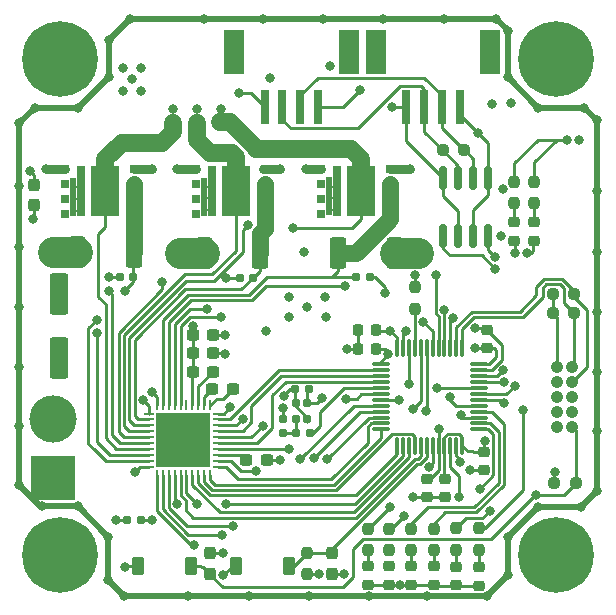
<source format=gtl>
%TF.GenerationSoftware,KiCad,Pcbnew,8.0.4-8.0.4-0~ubuntu22.04.1*%
%TF.CreationDate,2024-08-14T23:11:34+09:00*%
%TF.ProjectId,motor_driver,6d6f746f-725f-4647-9269-7665722e6b69,rev?*%
%TF.SameCoordinates,Original*%
%TF.FileFunction,Copper,L1,Top*%
%TF.FilePolarity,Positive*%
%FSLAX46Y46*%
G04 Gerber Fmt 4.6, Leading zero omitted, Abs format (unit mm)*
G04 Created by KiCad (PCBNEW 8.0.4-8.0.4-0~ubuntu22.04.1) date 2024-08-14 23:11:34*
%MOMM*%
%LPD*%
G01*
G04 APERTURE LIST*
G04 Aperture macros list*
%AMRoundRect*
0 Rectangle with rounded corners*
0 $1 Rounding radius*
0 $2 $3 $4 $5 $6 $7 $8 $9 X,Y pos of 4 corners*
0 Add a 4 corners polygon primitive as box body*
4,1,4,$2,$3,$4,$5,$6,$7,$8,$9,$2,$3,0*
0 Add four circle primitives for the rounded corners*
1,1,$1+$1,$2,$3*
1,1,$1+$1,$4,$5*
1,1,$1+$1,$6,$7*
1,1,$1+$1,$8,$9*
0 Add four rect primitives between the rounded corners*
20,1,$1+$1,$2,$3,$4,$5,0*
20,1,$1+$1,$4,$5,$6,$7,0*
20,1,$1+$1,$6,$7,$8,$9,0*
20,1,$1+$1,$8,$9,$2,$3,0*%
G04 Aperture macros list end*
%TA.AperFunction,SMDPad,CuDef*%
%ADD10RoundRect,0.218750X0.256250X-0.218750X0.256250X0.218750X-0.256250X0.218750X-0.256250X-0.218750X0*%
%TD*%
%TA.AperFunction,SMDPad,CuDef*%
%ADD11R,0.800000X2.900000*%
%TD*%
%TA.AperFunction,SMDPad,CuDef*%
%ADD12R,1.800000X3.800000*%
%TD*%
%TA.AperFunction,SMDPad,CuDef*%
%ADD13RoundRect,0.237500X-0.300000X-0.237500X0.300000X-0.237500X0.300000X0.237500X-0.300000X0.237500X0*%
%TD*%
%TA.AperFunction,SMDPad,CuDef*%
%ADD14RoundRect,0.249999X-0.450001X-1.075001X0.450001X-1.075001X0.450001X1.075001X-0.450001X1.075001X0*%
%TD*%
%TA.AperFunction,SMDPad,CuDef*%
%ADD15RoundRect,0.075000X-0.662500X-0.075000X0.662500X-0.075000X0.662500X0.075000X-0.662500X0.075000X0*%
%TD*%
%TA.AperFunction,SMDPad,CuDef*%
%ADD16RoundRect,0.075000X-0.075000X-0.662500X0.075000X-0.662500X0.075000X0.662500X-0.075000X0.662500X0*%
%TD*%
%TA.AperFunction,ComponentPad*%
%ADD17C,3.600000*%
%TD*%
%TA.AperFunction,ConnectorPad*%
%ADD18C,6.400000*%
%TD*%
%TA.AperFunction,SMDPad,CuDef*%
%ADD19RoundRect,0.155000X0.212500X0.155000X-0.212500X0.155000X-0.212500X-0.155000X0.212500X-0.155000X0*%
%TD*%
%TA.AperFunction,SMDPad,CuDef*%
%ADD20RoundRect,0.155000X-0.212500X-0.155000X0.212500X-0.155000X0.212500X0.155000X-0.212500X0.155000X0*%
%TD*%
%TA.AperFunction,SMDPad,CuDef*%
%ADD21RoundRect,0.225000X-0.250000X0.225000X-0.250000X-0.225000X0.250000X-0.225000X0.250000X0.225000X0*%
%TD*%
%TA.AperFunction,SMDPad,CuDef*%
%ADD22RoundRect,0.160000X0.197500X0.160000X-0.197500X0.160000X-0.197500X-0.160000X0.197500X-0.160000X0*%
%TD*%
%TA.AperFunction,ComponentPad*%
%ADD23R,3.800000X3.800000*%
%TD*%
%TA.AperFunction,ComponentPad*%
%ADD24C,4.000000*%
%TD*%
%TA.AperFunction,SMDPad,CuDef*%
%ADD25RoundRect,0.237500X-0.250000X-0.237500X0.250000X-0.237500X0.250000X0.237500X-0.250000X0.237500X0*%
%TD*%
%TA.AperFunction,SMDPad,CuDef*%
%ADD26RoundRect,0.237500X0.237500X-0.250000X0.237500X0.250000X-0.237500X0.250000X-0.237500X-0.250000X0*%
%TD*%
%TA.AperFunction,SMDPad,CuDef*%
%ADD27RoundRect,0.175000X0.175000X-0.200000X0.175000X0.200000X-0.175000X0.200000X-0.175000X-0.200000X0*%
%TD*%
%TA.AperFunction,SMDPad,CuDef*%
%ADD28RoundRect,0.262500X-0.262500X-0.537500X0.262500X-0.537500X0.262500X0.537500X-0.262500X0.537500X0*%
%TD*%
%TA.AperFunction,SMDPad,CuDef*%
%ADD29R,0.800000X0.750000*%
%TD*%
%TA.AperFunction,SMDPad,CuDef*%
%ADD30R,2.400000X4.200000*%
%TD*%
%TA.AperFunction,SMDPad,CuDef*%
%ADD31R,0.750000X4.200000*%
%TD*%
%TA.AperFunction,SMDPad,CuDef*%
%ADD32R,0.550000X3.280000*%
%TD*%
%TA.AperFunction,SMDPad,CuDef*%
%ADD33RoundRect,0.150000X0.150000X-0.825000X0.150000X0.825000X-0.150000X0.825000X-0.150000X-0.825000X0*%
%TD*%
%TA.AperFunction,SMDPad,CuDef*%
%ADD34RoundRect,0.237500X-0.237500X0.250000X-0.237500X-0.250000X0.237500X-0.250000X0.237500X0.250000X0*%
%TD*%
%TA.AperFunction,ComponentPad*%
%ADD35C,1.070000*%
%TD*%
%TA.AperFunction,SMDPad,CuDef*%
%ADD36RoundRect,0.237500X0.237500X-0.300000X0.237500X0.300000X-0.237500X0.300000X-0.237500X-0.300000X0*%
%TD*%
%TA.AperFunction,SMDPad,CuDef*%
%ADD37RoundRect,0.225000X0.250000X-0.225000X0.250000X0.225000X-0.250000X0.225000X-0.250000X-0.225000X0*%
%TD*%
%TA.AperFunction,SMDPad,CuDef*%
%ADD38RoundRect,0.262500X0.262500X0.537500X-0.262500X0.537500X-0.262500X-0.537500X0.262500X-0.537500X0*%
%TD*%
%TA.AperFunction,SMDPad,CuDef*%
%ADD39RoundRect,0.155000X0.155000X-0.212500X0.155000X0.212500X-0.155000X0.212500X-0.155000X-0.212500X0*%
%TD*%
%TA.AperFunction,SMDPad,CuDef*%
%ADD40RoundRect,0.250000X0.550000X-1.500000X0.550000X1.500000X-0.550000X1.500000X-0.550000X-1.500000X0*%
%TD*%
%TA.AperFunction,SMDPad,CuDef*%
%ADD41RoundRect,0.237500X0.300000X0.237500X-0.300000X0.237500X-0.300000X-0.237500X0.300000X-0.237500X0*%
%TD*%
%TA.AperFunction,SMDPad,CuDef*%
%ADD42RoundRect,0.225000X0.225000X0.250000X-0.225000X0.250000X-0.225000X-0.250000X0.225000X-0.250000X0*%
%TD*%
%TA.AperFunction,SMDPad,CuDef*%
%ADD43RoundRect,0.249999X0.450001X1.075001X-0.450001X1.075001X-0.450001X-1.075001X0.450001X-1.075001X0*%
%TD*%
%TA.AperFunction,SMDPad,CuDef*%
%ADD44RoundRect,0.062500X-0.062500X0.350000X-0.062500X-0.350000X0.062500X-0.350000X0.062500X0.350000X0*%
%TD*%
%TA.AperFunction,SMDPad,CuDef*%
%ADD45RoundRect,0.062500X-0.350000X0.062500X-0.350000X-0.062500X0.350000X-0.062500X0.350000X0.062500X0*%
%TD*%
%TA.AperFunction,ComponentPad*%
%ADD46C,0.508000*%
%TD*%
%TA.AperFunction,HeatsinkPad*%
%ADD47R,4.600000X4.600000*%
%TD*%
%TA.AperFunction,SMDPad,CuDef*%
%ADD48RoundRect,0.218750X-0.256250X0.218750X-0.256250X-0.218750X0.256250X-0.218750X0.256250X0.218750X0*%
%TD*%
%TA.AperFunction,SMDPad,CuDef*%
%ADD49RoundRect,0.237500X-0.237500X0.300000X-0.237500X-0.300000X0.237500X-0.300000X0.237500X0.300000X0*%
%TD*%
%TA.AperFunction,ViaPad*%
%ADD50C,0.508000*%
%TD*%
%TA.AperFunction,ViaPad*%
%ADD51C,0.800000*%
%TD*%
%TA.AperFunction,Conductor*%
%ADD52C,0.250000*%
%TD*%
%TA.AperFunction,Conductor*%
%ADD53C,0.500000*%
%TD*%
%TA.AperFunction,Conductor*%
%ADD54C,2.650000*%
%TD*%
%TA.AperFunction,Conductor*%
%ADD55C,0.750000*%
%TD*%
%TA.AperFunction,Conductor*%
%ADD56C,1.400000*%
%TD*%
%TA.AperFunction,Conductor*%
%ADD57C,1.500000*%
%TD*%
G04 APERTURE END LIST*
D10*
%TO.P,D3,1,K*%
%TO.N,GND*%
X120557600Y-123807000D03*
%TO.P,D3,2,A*%
%TO.N,Net-(D3-A)*%
X120557600Y-122232000D03*
%TD*%
%TO.P,D4,1,K*%
%TO.N,GND*%
X122400000Y-123815000D03*
%TO.P,D4,2,A*%
%TO.N,Net-(D4-A)*%
X122400000Y-122240000D03*
%TD*%
%TO.P,D5,1,K*%
%TO.N,GND*%
X124240000Y-123784100D03*
%TO.P,D5,2,A*%
%TO.N,Net-(D5-A)*%
X124240000Y-122209100D03*
%TD*%
%TO.P,D6,1,K*%
%TO.N,GND*%
X126150000Y-123795500D03*
%TO.P,D6,2,A*%
%TO.N,Net-(D6-A)*%
X126150000Y-122220500D03*
%TD*%
%TO.P,D1,1,K*%
%TO.N,GND*%
X128060000Y-123843300D03*
%TO.P,D1,2,A*%
%TO.N,Net-(D1-A)*%
X128060000Y-122268300D03*
%TD*%
%TO.P,D2,1,K*%
%TO.N,GND*%
X129970000Y-123880000D03*
%TO.P,D2,2,A*%
%TO.N,Net-(D2-A)*%
X129970000Y-122305000D03*
%TD*%
D11*
%TO.P,J5,1,Pin_1*%
%TO.N,+5V*%
X116360000Y-83360000D03*
%TO.P,J5,2,Pin_2*%
%TO.N,/stm32g431cb/CAN_L*%
X114860000Y-83360000D03*
%TO.P,J5,3,Pin_3*%
%TO.N,/stm32g431cb/CAN_H*%
X113360000Y-83360000D03*
%TO.P,J5,4,Pin_4*%
%TO.N,GND*%
X111860000Y-83360000D03*
D12*
%TO.P,J5,5,Pin_5*%
X118960000Y-78660000D03*
%TO.P,J5,6,Pin_6*%
X109260000Y-78660000D03*
%TD*%
D13*
%TO.P,C4,1*%
%TO.N,+BATT*%
X105745000Y-105740000D03*
%TO.P,C4,2*%
%TO.N,Net-(U1-VCP)*%
X107470000Y-105740000D03*
%TD*%
D14*
%TO.P,R6,1*%
%TO.N,GND*%
X95970400Y-95599620D03*
%TO.P,R6,2*%
%TO.N,/drv8323/SLC*%
X100770400Y-95599620D03*
%TD*%
D15*
%TO.P,U5,1,VBAT*%
%TO.N,+3.3V*%
X121660000Y-105140000D03*
%TO.P,U5,2,PC13*%
%TO.N,/stm32g431cb/INLC*%
X121660000Y-105640000D03*
%TO.P,U5,3,PC14*%
%TO.N,/stm32g431cb/INLB*%
X121660000Y-106140000D03*
%TO.P,U5,4,PC15*%
%TO.N,/stm32g431cb/INLA*%
X121660000Y-106640000D03*
%TO.P,U5,5,PF0-OSC_IN*%
%TO.N,/stm32g431cb/OSC_IN*%
X121660000Y-107140000D03*
%TO.P,U5,6,PF0-OSC_OUT*%
%TO.N,/stm32g431cb/OSC_OUT*%
X121660000Y-107640000D03*
%TO.P,U5,7,PG10-NRST*%
%TO.N,/stm32g431cb/NRST*%
X121660000Y-108140000D03*
%TO.P,U5,8,PA0*%
%TO.N,/stm32g431cb/ADC1_1*%
X121660000Y-108640000D03*
%TO.P,U5,9,PA1*%
%TO.N,/stm32g431cb/ADC1_2*%
X121660000Y-109140000D03*
%TO.P,U5,10,PA2*%
%TO.N,/stm32g431cb/ADC1_3*%
X121660000Y-109640000D03*
%TO.P,U5,11,PA3*%
%TO.N,/stm32g431cb/DRV_CAL*%
X121660000Y-110140000D03*
%TO.P,U5,12,PA4*%
%TO.N,/stm32g431cb/DRV_ENABLE*%
X121660000Y-110640000D03*
D16*
%TO.P,U5,13,PA5*%
%TO.N,/drv8323/SPI1_CLK*%
X123072500Y-112052500D03*
%TO.P,U5,14,PA6*%
%TO.N,/drv8323/SPI1_MISO*%
X123572500Y-112052500D03*
%TO.P,U5,15,PA7*%
%TO.N,/drv8323/SPI1_MOSI*%
X124072500Y-112052500D03*
%TO.P,U5,16,PB0*%
%TO.N,/stm32g431cb/SS_DRV*%
X124572500Y-112052500D03*
%TO.P,U5,17,PB1*%
%TO.N,/stm32g431cb/FAULTB*%
X125072500Y-112052500D03*
%TO.P,U5,18,PB2*%
%TO.N,/stm32g431cb/SW1*%
X125572500Y-112052500D03*
%TO.P,U5,19,VSSA*%
%TO.N,GND*%
X126072500Y-112052500D03*
%TO.P,U5,20,VREF+*%
%TO.N,+3.3VA*%
X126572500Y-112052500D03*
%TO.P,U5,21,VDDA*%
%TO.N,+3.3V*%
X127072500Y-112052500D03*
%TO.P,U5,22,PB10*%
%TO.N,/stm32g431cb/LED1*%
X127572500Y-112052500D03*
%TO.P,U5,23,VSS*%
%TO.N,GND*%
X128072500Y-112052500D03*
%TO.P,U5,24,VDD*%
%TO.N,+3.3V*%
X128572500Y-112052500D03*
D15*
%TO.P,U5,25,PB11*%
%TO.N,/stm32g431cb/LED2*%
X129985000Y-110640000D03*
%TO.P,U5,26,PB12*%
%TO.N,/stm32g431cb/LED3*%
X129985000Y-110140000D03*
%TO.P,U5,27,PB13*%
%TO.N,/drv8323/SPI2_CLK*%
X129985000Y-109640000D03*
%TO.P,U5,28,PB14*%
%TO.N,/stm32g431cb/LED4*%
X129985000Y-109140000D03*
%TO.P,U5,29,PB15*%
%TO.N,/drv8323/SPI2_MOSI*%
X129985000Y-108640000D03*
%TO.P,U5,30,PA8*%
%TO.N,/stm32g431cb/LED_CAN_TX*%
X129985000Y-108140000D03*
%TO.P,U5,31,PA9*%
%TO.N,/stm32g431cb/LED_CAN_RX*%
X129985000Y-107640000D03*
%TO.P,U5,32,PA10*%
%TO.N,/drv8323/SPI2_MISO*%
X129985000Y-107140000D03*
%TO.P,U5,33,PA11*%
%TO.N,/stm32g431cb/CAN_RX*%
X129985000Y-106640000D03*
%TO.P,U5,34,PA12*%
%TO.N,/stm32g431cb/CAN_TX*%
X129985000Y-106140000D03*
%TO.P,U5,35,VSS*%
%TO.N,GND*%
X129985000Y-105640000D03*
%TO.P,U5,36,VDD*%
%TO.N,+3.3V*%
X129985000Y-105140000D03*
D16*
%TO.P,U5,37,PA13*%
%TO.N,/stm32g431cb/SWDIO*%
X128572500Y-103727500D03*
%TO.P,U5,38,PA14*%
%TO.N,/stm32g431cb/SWCLK*%
X128072500Y-103727500D03*
%TO.P,U5,39,PA15*%
%TO.N,/drv8323/HALL_W*%
X127572500Y-103727500D03*
%TO.P,U5,40,PB3*%
%TO.N,/drv8323/HALL_U*%
X127072500Y-103727500D03*
%TO.P,U5,41,PB4*%
%TO.N,/drv8323/HALL_V*%
X126572500Y-103727500D03*
%TO.P,U5,42,PB5*%
%TO.N,/drv8323/SS_ENC*%
X126072500Y-103727500D03*
%TO.P,U5,43,PB6*%
%TO.N,/stm32g431cb/TIM4_INHA*%
X125572500Y-103727500D03*
%TO.P,U5,44,PB7*%
%TO.N,/stm32g431cb/TIM4_INHB*%
X125072500Y-103727500D03*
%TO.P,U5,45,PB8-BOOT0*%
%TO.N,Net-(U5-PB8-BOOT0)*%
X124572500Y-103727500D03*
%TO.P,U5,46,PB9*%
%TO.N,/stm32g431cb/TIM4_INHC*%
X124072500Y-103727500D03*
%TO.P,U5,47,VSS*%
%TO.N,GND*%
X123572500Y-103727500D03*
%TO.P,U5,48,VDD*%
%TO.N,+3.3V*%
X123072500Y-103727500D03*
%TD*%
D17*
%TO.P,H1,1*%
%TO.N,N/C*%
X94524000Y-79310400D03*
D18*
X94524000Y-79310400D03*
%TD*%
D13*
%TO.P,C1,1*%
%TO.N,+BATT*%
X105747500Y-102650000D03*
%TO.P,C1,2*%
%TO.N,GND*%
X107472500Y-102650000D03*
%TD*%
D19*
%TO.P,C12,1*%
%TO.N,/drv8323/SLC*%
X100737900Y-97719620D03*
%TO.P,C12,2*%
%TO.N,GND*%
X99602900Y-97719620D03*
%TD*%
D20*
%TO.P,C10,1*%
%TO.N,/drv8323/SLA*%
X119625000Y-97750000D03*
%TO.P,C10,2*%
%TO.N,GND*%
X120760000Y-97750000D03*
%TD*%
D11*
%TO.P,J4,1,Pin_1*%
%TO.N,+5V*%
X128346800Y-83362800D03*
%TO.P,J4,2,Pin_2*%
%TO.N,/stm32g431cb/CAN_L*%
X126846800Y-83362800D03*
%TO.P,J4,3,Pin_3*%
%TO.N,/stm32g431cb/CAN_H*%
X125346800Y-83362800D03*
%TO.P,J4,4,Pin_4*%
%TO.N,GND*%
X123846800Y-83362800D03*
D12*
%TO.P,J4,5,Pin_5*%
X130946800Y-78662800D03*
%TO.P,J4,6,Pin_6*%
X121246800Y-78662800D03*
%TD*%
D21*
%TO.P,C27,1*%
%TO.N,+3.3V*%
X127090000Y-114850000D03*
%TO.P,C27,2*%
%TO.N,GND*%
X127090000Y-116400000D03*
%TD*%
D22*
%TO.P,R13,1*%
%TO.N,/stm32g431cb/OSC_IN*%
X115685000Y-110956250D03*
%TO.P,R13,2*%
%TO.N,Net-(C19-Pad1)*%
X114490000Y-110956250D03*
%TD*%
D23*
%TO.P,J1,1,Pin_1*%
%TO.N,GND*%
X93960000Y-114740000D03*
D24*
%TO.P,J1,2,Pin_2*%
%TO.N,+BATT*%
X93960000Y-109740000D03*
%TD*%
D25*
%TO.P,R21,1*%
%TO.N,+3.3V*%
X136238750Y-100758750D03*
%TO.P,R21,2*%
%TO.N,/stm32g431cb/SWDIO*%
X138063750Y-100758750D03*
%TD*%
D26*
%TO.P,R23,1*%
%TO.N,Net-(D7-K)*%
X134688000Y-91482500D03*
%TO.P,R23,2*%
%TO.N,GND*%
X134688000Y-89657500D03*
%TD*%
D19*
%TO.P,C20,1*%
%TO.N,/stm32g431cb/OSC_OUT*%
X115592500Y-107255000D03*
%TO.P,C20,2*%
%TO.N,GND*%
X114457500Y-107255000D03*
%TD*%
D27*
%TO.P,Y1,1,1*%
%TO.N,Net-(C19-Pad1)*%
X114470000Y-109760000D03*
%TO.P,Y1,2,2*%
%TO.N,GND*%
X115470000Y-109760000D03*
X114470000Y-108410000D03*
%TO.P,Y1,3,3*%
%TO.N,/stm32g431cb/OSC_OUT*%
X115470000Y-108410000D03*
%TD*%
D26*
%TO.P,R24,1*%
%TO.N,Net-(D8-K)*%
X132996800Y-91480900D03*
%TO.P,R24,2*%
%TO.N,GND*%
X132996800Y-89655900D03*
%TD*%
D28*
%TO.P,SW2,1*%
%TO.N,GND*%
X109455000Y-122180000D03*
%TO.P,SW2,2*%
%TO.N,/stm32g431cb/SW1*%
X113905000Y-122180000D03*
%TD*%
D26*
%TO.P,R19,1*%
%TO.N,+3.3V*%
X115450000Y-122905000D03*
%TO.P,R19,2*%
%TO.N,/stm32g431cb/SW1*%
X115450000Y-121080000D03*
%TD*%
D17*
%TO.P,H3,1*%
%TO.N,N/C*%
X136524000Y-79310400D03*
D18*
X136524000Y-79310400D03*
%TD*%
D29*
%TO.P,Q2,1,TR1_GATE*%
%TO.N,Net-(Q2-TR1_GATE)*%
X106050000Y-88580000D03*
%TO.P,Q2,2,TR1_DRAIN1*%
%TO.N,+BATT*%
X106050000Y-89850000D03*
%TO.P,Q2,3,TR1_DRAIN2*%
X106050000Y-91120000D03*
%TO.P,Q2,4,TR1_DRAIN3*%
X106050000Y-92390000D03*
%TO.P,Q2,5,TR2_SOURCE1*%
%TO.N,/drv8323/SLB*%
X111840000Y-92390000D03*
%TO.P,Q2,6,TR2_SOURCE2*%
X111840000Y-91120000D03*
%TO.P,Q2,7,TR2_SOURCE3*%
X111840000Y-89850000D03*
%TO.P,Q2,8,TR2_GATE*%
%TO.N,Net-(Q2-TR2_GATE)*%
X111840000Y-88580000D03*
D30*
%TO.P,Q2,9,TR1_SOURCE/TR2_DRAIN*%
%TO.N,/drv8323/SHB*%
X109400000Y-90485000D03*
D31*
%TO.P,Q2,10,TR1_DRAIN4*%
%TO.N,+BATT*%
X107375000Y-90485000D03*
D32*
%TO.P,Q2,11,TR1_DRAIN5*%
X106725000Y-90945000D03*
%TD*%
D33*
%TO.P,U6,1,TXD*%
%TO.N,/stm32g431cb/CAN_TX*%
X126974600Y-94270600D03*
%TO.P,U6,2,VSS*%
%TO.N,GND*%
X128244600Y-94270600D03*
%TO.P,U6,3,VDD*%
%TO.N,+5V*%
X129514600Y-94270600D03*
%TO.P,U6,4,RXD*%
%TO.N,/stm32g431cb/CAN_RX*%
X130784600Y-94270600D03*
%TO.P,U6,5,Vio*%
%TO.N,+5V*%
X130784600Y-89320600D03*
%TO.P,U6,6,CANL*%
%TO.N,/stm32g431cb/CAN_L*%
X129514600Y-89320600D03*
%TO.P,U6,7,CANH*%
%TO.N,/stm32g431cb/CAN_H*%
X128244600Y-89320600D03*
%TO.P,U6,8,STBY*%
%TO.N,GND*%
X126974600Y-89320600D03*
%TD*%
D26*
%TO.P,R17,1*%
%TO.N,Net-(U5-PB8-BOOT0)*%
X124610000Y-100442500D03*
%TO.P,R17,2*%
%TO.N,GND*%
X124610000Y-98617500D03*
%TD*%
D25*
%TO.P,R22,1*%
%TO.N,/stm32g431cb/CAN_H*%
X126935000Y-87010000D03*
%TO.P,R22,2*%
%TO.N,/stm32g431cb/CAN_L*%
X128760000Y-87010000D03*
%TD*%
D34*
%TO.P,R10,1*%
%TO.N,+3.3V*%
X128060000Y-118986700D03*
%TO.P,R10,2*%
%TO.N,Net-(D1-A)*%
X128060000Y-120811700D03*
%TD*%
D21*
%TO.P,C28,1*%
%TO.N,+3.3VA*%
X125560000Y-114850000D03*
%TO.P,C28,2*%
%TO.N,GND*%
X125560000Y-116400000D03*
%TD*%
D35*
%TO.P,J3,1,VTref*%
%TO.N,+3.3V*%
X136620000Y-105320000D03*
%TO.P,J3,2,SWDIO/TMS*%
%TO.N,/stm32g431cb/SWDIO*%
X137890000Y-105320000D03*
%TO.P,J3,3,GND*%
%TO.N,GND*%
X136620000Y-106590000D03*
%TO.P,J3,4,SWDCLK/TCK*%
%TO.N,/stm32g431cb/SWCLK*%
X137890000Y-106590000D03*
%TO.P,J3,5,GND*%
%TO.N,GND*%
X136620000Y-107860000D03*
%TO.P,J3,6,SWO/TDO*%
%TO.N,unconnected-(J3-SWO{slash}TDO-Pad6)*%
X137890000Y-107860000D03*
%TO.P,J3,7,KEY*%
%TO.N,unconnected-(J3-KEY-Pad7)*%
X136620000Y-109130000D03*
%TO.P,J3,8,NC/TDI*%
%TO.N,unconnected-(J3-NC{slash}TDI-Pad8)*%
X137890000Y-109130000D03*
%TO.P,J3,9,GNDDetect*%
%TO.N,GND*%
X136620000Y-110400000D03*
%TO.P,J3,10,~{RESET}*%
%TO.N,/stm32g431cb/NRST*%
X137890000Y-110400000D03*
%TD*%
D25*
%TO.P,R20,1*%
%TO.N,+3.3V*%
X136241250Y-99198750D03*
%TO.P,R20,2*%
%TO.N,/stm32g431cb/SWCLK*%
X138066250Y-99198750D03*
%TD*%
D36*
%TO.P,C9,1*%
%TO.N,+BATT*%
X92280000Y-91632500D03*
%TO.P,C9,2*%
%TO.N,GND*%
X92280000Y-89907500D03*
%TD*%
D34*
%TO.P,R11,1*%
%TO.N,+3.3VA*%
X129970000Y-118995000D03*
%TO.P,R11,2*%
%TO.N,Net-(D2-A)*%
X129970000Y-120820000D03*
%TD*%
D37*
%TO.P,C25,1*%
%TO.N,+3.3V*%
X130648500Y-103750400D03*
%TO.P,C25,2*%
%TO.N,GND*%
X130648500Y-102200400D03*
%TD*%
D34*
%TO.P,R15,1*%
%TO.N,/stm32g431cb/LED3*%
X124255900Y-119059100D03*
%TO.P,R15,2*%
%TO.N,Net-(D5-A)*%
X124255900Y-120884100D03*
%TD*%
%TO.P,R16,1*%
%TO.N,/stm32g431cb/LED4*%
X126150000Y-119047500D03*
%TO.P,R16,2*%
%TO.N,Net-(D6-A)*%
X126150000Y-120872500D03*
%TD*%
D38*
%TO.P,SW1,1*%
%TO.N,/stm32g431cb/NRST*%
X105605000Y-122220000D03*
%TO.P,SW1,2*%
%TO.N,GND*%
X101155000Y-122220000D03*
%TD*%
D25*
%TO.P,R18,1*%
%TO.N,+3.3V*%
X136387500Y-115200000D03*
%TO.P,R18,2*%
%TO.N,/stm32g431cb/NRST*%
X138212500Y-115200000D03*
%TD*%
D29*
%TO.P,Q3,1,TR1_GATE*%
%TO.N,Net-(Q3-TR1_GATE)*%
X94984200Y-88577000D03*
%TO.P,Q3,2,TR1_DRAIN1*%
%TO.N,+BATT*%
X94984200Y-89847000D03*
%TO.P,Q3,3,TR1_DRAIN2*%
X94984200Y-91117000D03*
%TO.P,Q3,4,TR1_DRAIN3*%
X94984200Y-92387000D03*
%TO.P,Q3,5,TR2_SOURCE1*%
%TO.N,/drv8323/SLC*%
X100774200Y-92387000D03*
%TO.P,Q3,6,TR2_SOURCE2*%
X100774200Y-91117000D03*
%TO.P,Q3,7,TR2_SOURCE3*%
X100774200Y-89847000D03*
%TO.P,Q3,8,TR2_GATE*%
%TO.N,Net-(Q3-TR2_GATE)*%
X100774200Y-88577000D03*
D30*
%TO.P,Q3,9,TR1_SOURCE/TR2_DRAIN*%
%TO.N,/drv8323/SHC*%
X98334200Y-90482000D03*
D31*
%TO.P,Q3,10,TR1_DRAIN4*%
%TO.N,+BATT*%
X96309200Y-90482000D03*
D32*
%TO.P,Q3,11,TR1_DRAIN5*%
X95659200Y-90942000D03*
%TD*%
D39*
%TO.P,C19,1*%
%TO.N,Net-(C19-Pad1)*%
X113380000Y-110907500D03*
%TO.P,C19,2*%
%TO.N,GND*%
X113380000Y-109772500D03*
%TD*%
D21*
%TO.P,C24,1*%
%TO.N,+3.3V*%
X130400000Y-112515000D03*
%TO.P,C24,2*%
%TO.N,GND*%
X130400000Y-114065000D03*
%TD*%
D14*
%TO.P,R5,1*%
%TO.N,GND*%
X106693000Y-95717400D03*
%TO.P,R5,2*%
%TO.N,/drv8323/SLB*%
X111493000Y-95717400D03*
%TD*%
D40*
%TO.P,C8,1*%
%TO.N,+BATT*%
X94400000Y-104610000D03*
%TO.P,C8,2*%
%TO.N,GND*%
X94400000Y-99210000D03*
%TD*%
D13*
%TO.P,C2,1*%
%TO.N,+BATT*%
X105742500Y-104200000D03*
%TO.P,C2,2*%
%TO.N,GND*%
X107467500Y-104200000D03*
%TD*%
D17*
%TO.P,H4,1*%
%TO.N,N/C*%
X136524000Y-121310400D03*
D18*
X136524000Y-121310400D03*
%TD*%
D41*
%TO.P,C6,1*%
%TO.N,GND*%
X112015000Y-113210000D03*
%TO.P,C6,2*%
%TO.N,Net-(U1-DVDD)*%
X110290000Y-113210000D03*
%TD*%
D36*
%TO.P,C21,1*%
%TO.N,/stm32g431cb/NRST*%
X107240000Y-122850000D03*
%TO.P,C21,2*%
%TO.N,GND*%
X107240000Y-121125000D03*
%TD*%
D42*
%TO.P,C22,1*%
%TO.N,+3.3V*%
X121275000Y-103840000D03*
%TO.P,C22,2*%
%TO.N,GND*%
X119725000Y-103840000D03*
%TD*%
D41*
%TO.P,C3,1*%
%TO.N,Net-(U1-CPL)*%
X109130000Y-107200000D03*
%TO.P,C3,2*%
%TO.N,Net-(U1-CPH)*%
X107405000Y-107200000D03*
%TD*%
D42*
%TO.P,C23,1*%
%TO.N,+3.3V*%
X121295000Y-102250000D03*
%TO.P,C23,2*%
%TO.N,GND*%
X119745000Y-102250000D03*
%TD*%
D43*
%TO.P,R4,1*%
%TO.N,GND*%
X122850000Y-95673300D03*
%TO.P,R4,2*%
%TO.N,/drv8323/SLA*%
X118050000Y-95673300D03*
%TD*%
D19*
%TO.P,C11,1*%
%TO.N,/drv8323/SLB*%
X110855000Y-97810000D03*
%TO.P,C11,2*%
%TO.N,GND*%
X109720000Y-97810000D03*
%TD*%
D17*
%TO.P,H2,1*%
%TO.N,N/C*%
X94524000Y-121310400D03*
D18*
X94524000Y-121310400D03*
%TD*%
D34*
%TO.P,R14,1*%
%TO.N,/stm32g431cb/LED2*%
X122400000Y-119067000D03*
%TO.P,R14,2*%
%TO.N,Net-(D4-A)*%
X122400000Y-120892000D03*
%TD*%
D44*
%TO.P,U1,1,CPL*%
%TO.N,Net-(U1-CPL)*%
X107225000Y-108607500D03*
%TO.P,U1,2,CPH*%
%TO.N,Net-(U1-CPH)*%
X106725000Y-108607500D03*
%TO.P,U1,3,VCP*%
%TO.N,Net-(U1-VCP)*%
X106225000Y-108607500D03*
%TO.P,U1,4,VM*%
%TO.N,+BATT*%
X105725000Y-108607500D03*
%TO.P,U1,5,VDRAIN*%
X105225000Y-108607500D03*
%TO.P,U1,6,GHA*%
%TO.N,/drv8323/GHA*%
X104725000Y-108607500D03*
%TO.P,U1,7,SHA*%
%TO.N,/drv8323/SHA*%
X104225000Y-108607500D03*
%TO.P,U1,8,GLA*%
%TO.N,/drv8323/GLA*%
X103725000Y-108607500D03*
%TO.P,U1,9,SPA*%
%TO.N,/drv8323/SLA*%
X103225000Y-108607500D03*
%TO.P,U1,10,SNA*%
%TO.N,GND*%
X102725000Y-108607500D03*
D45*
%TO.P,U1,11,SNB*%
X102037500Y-109295000D03*
%TO.P,U1,12,SPB*%
%TO.N,/drv8323/SLB*%
X102037500Y-109795000D03*
%TO.P,U1,13,GLB*%
%TO.N,/drv8323/GLB*%
X102037500Y-110295000D03*
%TO.P,U1,14,SHB*%
%TO.N,/drv8323/SHB*%
X102037500Y-110795000D03*
%TO.P,U1,15,GHB*%
%TO.N,/drv8323/GHB*%
X102037500Y-111295000D03*
%TO.P,U1,16,GHC*%
%TO.N,/drv8323/GHC*%
X102037500Y-111795000D03*
%TO.P,U1,17,SHC*%
%TO.N,/drv8323/SHC*%
X102037500Y-112295000D03*
%TO.P,U1,18,GLC*%
%TO.N,/drv8323/GLC*%
X102037500Y-112795000D03*
%TO.P,U1,19,SPC*%
%TO.N,/drv8323/SLC*%
X102037500Y-113295000D03*
%TO.P,U1,20,SNC*%
%TO.N,GND*%
X102037500Y-113795000D03*
D44*
%TO.P,U1,21,SOC*%
%TO.N,/stm32g431cb/ADC1_3*%
X102725000Y-114482500D03*
%TO.P,U1,22,SOB*%
%TO.N,/stm32g431cb/ADC1_2*%
X103225000Y-114482500D03*
%TO.P,U1,23,SOA*%
%TO.N,/stm32g431cb/ADC1_1*%
X103725000Y-114482500D03*
%TO.P,U1,24,VREF*%
%TO.N,+3.3VA*%
X104225000Y-114482500D03*
%TO.P,U1,25,nFAULT*%
%TO.N,/stm32g431cb/FAULTB*%
X104725000Y-114482500D03*
%TO.P,U1,26,SDO*%
%TO.N,/drv8323/SPI1_MISO*%
X105225000Y-114482500D03*
%TO.P,U1,27,SDI*%
%TO.N,/drv8323/SPI1_MOSI*%
X105725000Y-114482500D03*
%TO.P,U1,28,SCLK*%
%TO.N,/drv8323/SPI1_CLK*%
X106225000Y-114482500D03*
%TO.P,U1,29,nSCS*%
%TO.N,/stm32g431cb/SS_DRV*%
X106725000Y-114482500D03*
%TO.P,U1,30,ENABLE*%
%TO.N,/stm32g431cb/DRV_ENABLE*%
X107225000Y-114482500D03*
D45*
%TO.P,U1,31,CAL*%
%TO.N,/stm32g431cb/DRV_CAL*%
X107912500Y-113795000D03*
%TO.P,U1,32,AGND*%
%TO.N,GND*%
X107912500Y-113295000D03*
%TO.P,U1,33,DVDD*%
%TO.N,Net-(U1-DVDD)*%
X107912500Y-112795000D03*
%TO.P,U1,34,INHA*%
%TO.N,/stm32g431cb/TIM4_INHA*%
X107912500Y-112295000D03*
%TO.P,U1,35,INLA*%
%TO.N,/stm32g431cb/INLA*%
X107912500Y-111795000D03*
%TO.P,U1,36,INHB*%
%TO.N,/stm32g431cb/TIM4_INHB*%
X107912500Y-111295000D03*
%TO.P,U1,37,INLB*%
%TO.N,/stm32g431cb/INLB*%
X107912500Y-110795000D03*
%TO.P,U1,38,INHC*%
%TO.N,/stm32g431cb/TIM4_INHC*%
X107912500Y-110295000D03*
%TO.P,U1,39,INLC*%
%TO.N,/stm32g431cb/INLC*%
X107912500Y-109795000D03*
%TO.P,U1,40,PGND*%
%TO.N,GND*%
X107912500Y-109295000D03*
D46*
%TO.P,U1,41,GND*%
X106400000Y-110245000D03*
X104975000Y-110255000D03*
X103575000Y-110270000D03*
X106400000Y-111520000D03*
X103575000Y-111520000D03*
X104975000Y-111525000D03*
D47*
X104975000Y-111545000D03*
D46*
X106400000Y-112795000D03*
X104975000Y-112795000D03*
X103575000Y-112820000D03*
%TD*%
D29*
%TO.P,Q1,1,TR1_GATE*%
%TO.N,Net-(Q1-TR1_GATE)*%
X116630000Y-88555000D03*
%TO.P,Q1,2,TR1_DRAIN1*%
%TO.N,+BATT*%
X116630000Y-89825000D03*
%TO.P,Q1,3,TR1_DRAIN2*%
X116630000Y-91095000D03*
%TO.P,Q1,4,TR1_DRAIN3*%
X116630000Y-92365000D03*
%TO.P,Q1,5,TR2_SOURCE1*%
%TO.N,/drv8323/SLA*%
X122420000Y-92365000D03*
%TO.P,Q1,6,TR2_SOURCE2*%
X122420000Y-91095000D03*
%TO.P,Q1,7,TR2_SOURCE3*%
X122420000Y-89825000D03*
%TO.P,Q1,8,TR2_GATE*%
%TO.N,Net-(Q1-TR2_GATE)*%
X122420000Y-88555000D03*
D30*
%TO.P,Q1,9,TR1_SOURCE/TR2_DRAIN*%
%TO.N,/drv8323/SHA*%
X119980000Y-90460000D03*
D31*
%TO.P,Q1,10,TR1_DRAIN4*%
%TO.N,+BATT*%
X117955000Y-90460000D03*
D32*
%TO.P,Q1,11,TR1_DRAIN5*%
X117305000Y-90920000D03*
%TD*%
D48*
%TO.P,D7,1,K*%
%TO.N,Net-(D7-K)*%
X134670000Y-93090000D03*
%TO.P,D7,2,A*%
%TO.N,/stm32g431cb/LED_CAN_TX*%
X134670000Y-94665000D03*
%TD*%
%TO.P,D8,1,K*%
%TO.N,Net-(D8-K)*%
X132996800Y-93095900D03*
%TO.P,D8,2,A*%
%TO.N,/stm32g431cb/LED_CAN_RX*%
X132996800Y-94670900D03*
%TD*%
D34*
%TO.P,R12,1*%
%TO.N,/stm32g431cb/LED1*%
X120573500Y-119059000D03*
%TO.P,R12,2*%
%TO.N,Net-(D3-A)*%
X120573500Y-120884000D03*
%TD*%
D49*
%TO.P,C26,1*%
%TO.N,/stm32g431cb/SW1*%
X117562500Y-121130000D03*
%TO.P,C26,2*%
%TO.N,GND*%
X117562500Y-122855000D03*
%TD*%
D19*
%TO.P,C7,1*%
%TO.N,+3.3VA*%
X101340000Y-118290000D03*
%TO.P,C7,2*%
%TO.N,GND*%
X100205000Y-118290000D03*
%TD*%
D50*
%TO.N,+BATT*%
X107365800Y-88757800D03*
X107365800Y-89672200D03*
X106045000Y-91094600D03*
X94979200Y-91142400D03*
X96300000Y-90583600D03*
X106807000Y-90078600D03*
X95741200Y-91091600D03*
X106045000Y-92364600D03*
X117948000Y-88783600D03*
X96300000Y-92260000D03*
X94979200Y-92412400D03*
X96300000Y-88805600D03*
X117948000Y-89698000D03*
X106807000Y-91043800D03*
D51*
X92250000Y-92860000D03*
D50*
X117389200Y-90104400D03*
X116627200Y-89850400D03*
D51*
X94400000Y-103410000D03*
D50*
X117948000Y-91374400D03*
X107365800Y-91348600D03*
X107365800Y-90535800D03*
D51*
X94400000Y-104610000D03*
D50*
X106807000Y-92059800D03*
X116627200Y-91120400D03*
X96300000Y-89720000D03*
X117948000Y-92238000D03*
X96300000Y-91396400D03*
X117948000Y-90561600D03*
X116627200Y-92390400D03*
D51*
X94410000Y-105800000D03*
D50*
X117389200Y-92085600D03*
X106045000Y-89824600D03*
X94979200Y-89872400D03*
X117389200Y-91069600D03*
X107365800Y-92212200D03*
X95741200Y-92107600D03*
X95741200Y-90126400D03*
D51*
X105814242Y-101860638D03*
%TO.N,GND*%
X118790000Y-103840000D03*
X91084400Y-84734400D03*
X139954000Y-90474800D03*
X125628400Y-124714000D03*
X130973600Y-78689200D03*
X118580000Y-122855000D03*
X118960000Y-78660000D03*
X113140000Y-113210000D03*
X92964000Y-117144800D03*
X138887200Y-83413600D03*
D50*
X105079800Y-94853800D03*
D51*
X118970000Y-77470000D03*
X91084400Y-110337600D03*
X92964000Y-117144800D03*
X110490000Y-124714000D03*
X91960000Y-88800000D03*
X111709200Y-75895200D03*
X100584000Y-80975200D03*
X100890000Y-114210000D03*
D50*
X104622600Y-95717400D03*
D51*
X101346000Y-81991200D03*
X98628199Y-123418601D03*
X96062800Y-83413600D03*
X91084400Y-95199200D03*
X99302500Y-118290000D03*
X128390000Y-113430000D03*
D50*
X105079800Y-96530200D03*
D51*
X100431598Y-75895200D03*
X123847500Y-102270000D03*
D50*
X125326800Y-96486100D03*
X104216200Y-96530200D03*
D51*
X113510153Y-107775153D03*
X91084400Y-115316000D03*
X122670000Y-83350000D03*
X132435600Y-122986800D03*
X138633200Y-117195600D03*
X121869200Y-75895200D03*
X105359200Y-124714000D03*
X98653600Y-80822802D03*
X109640000Y-82170000D03*
X121220000Y-78689200D03*
D50*
X93232800Y-95143600D03*
D51*
X106730800Y-75895200D03*
X91084400Y-100279200D03*
X101580000Y-108170000D03*
X127000000Y-75895200D03*
X99872800Y-81991200D03*
X122000000Y-99090000D03*
X139954000Y-105765600D03*
X117360000Y-79910000D03*
X108300000Y-121125000D03*
X91084400Y-105359200D03*
X94420000Y-98070000D03*
X98690000Y-97720000D03*
X99872800Y-80010000D03*
X130973600Y-79908400D03*
X132435600Y-80822800D03*
X130973600Y-77419200D03*
X101346000Y-80010000D03*
X113893600Y-101092000D03*
X120650000Y-124714000D03*
X131870000Y-94250000D03*
X113898075Y-99470523D03*
D50*
X124463200Y-96486100D03*
X94909200Y-95143600D03*
D51*
X98602800Y-119735600D03*
X113390000Y-108800000D03*
X125779169Y-113812797D03*
X121270800Y-77470000D03*
X115417600Y-100253800D03*
X123310000Y-123820000D03*
X108480000Y-104220000D03*
D50*
X94096400Y-95600800D03*
D51*
X111140000Y-114145000D03*
X139954000Y-115874802D03*
X111930000Y-102310000D03*
X100000000Y-122260000D03*
X116992400Y-99415600D03*
X98653600Y-77673200D03*
X108940000Y-108770000D03*
X91084400Y-90068400D03*
X131470400Y-75895200D03*
X121220000Y-79908400D03*
D50*
X125326800Y-94809700D03*
D51*
X99923600Y-124714000D03*
X92405198Y-83413600D03*
X117043200Y-101092000D03*
X94410000Y-99230000D03*
X109260000Y-79780000D03*
X139954000Y-84480400D03*
X130708402Y-124714000D03*
X96012000Y-117144800D03*
D50*
X124390000Y-94830000D03*
D51*
X124610000Y-97580000D03*
D50*
X94909200Y-96007200D03*
D51*
X132435600Y-119735600D03*
X124430000Y-116380000D03*
D50*
X93232800Y-96007200D03*
D51*
X108460000Y-102670000D03*
X116789200Y-75895200D03*
X109260000Y-77480000D03*
X108350000Y-123000000D03*
X137449997Y-86140000D03*
X115570000Y-124714000D03*
X129220000Y-114060000D03*
X139954000Y-100685600D03*
X135001000Y-83388200D03*
X132689600Y-83007200D03*
X139954000Y-110744000D03*
D50*
X104216200Y-94853800D03*
D51*
X108615500Y-97860800D03*
X132435600Y-76911200D03*
X102350000Y-107490000D03*
X118960000Y-79800000D03*
X134975600Y-117195600D03*
X94410000Y-100350000D03*
X139954000Y-95605600D03*
X109260000Y-78660000D03*
D50*
X124869600Y-95673300D03*
D51*
X129634850Y-102084850D03*
%TO.N,+5V*%
X131114800Y-83058000D03*
X129920000Y-85560000D03*
X112270000Y-80930000D03*
X119880000Y-81930000D03*
X115140000Y-95630000D03*
X138450000Y-86140000D03*
%TO.N,+3.3VA*%
X133732653Y-109017347D03*
X102272038Y-118270462D03*
X104449999Y-116977519D03*
X126648600Y-110576319D03*
%TO.N,/drv8323/SLC*%
X100020000Y-98950000D03*
X97640000Y-101340000D03*
%TO.N,+3.3V*%
X136410000Y-114220000D03*
X129632500Y-103775200D03*
X130475000Y-111610000D03*
X122500000Y-102270000D03*
X130890851Y-117560851D03*
X116487500Y-122897891D03*
X132029200Y-90322400D03*
X122300000Y-104280000D03*
%TO.N,/stm32g431cb/OSC_OUT*%
X118717653Y-108037653D03*
X116687347Y-108017347D03*
%TO.N,/stm32g431cb/NRST*%
X134859109Y-116202406D03*
X123240000Y-108140000D03*
%TO.N,/drv8323/HALL_W*%
X127797500Y-101235195D03*
%TO.N,/drv8323/HALL_U*%
X127075000Y-100543825D03*
%TO.N,/drv8323/HALL_V*%
X126350000Y-97570000D03*
%TO.N,/drv8323/SHA*%
X108120000Y-83540000D03*
X108110000Y-84640000D03*
X114270000Y-93550000D03*
X106930000Y-100406396D03*
%TO.N,/drv8323/SHB*%
X106100000Y-83530000D03*
X106120000Y-84710000D03*
%TO.N,/drv8323/SHC*%
X104120000Y-84680000D03*
X104130000Y-83530000D03*
%TO.N,/drv8323/SPI1_MISO*%
X106100000Y-116940000D03*
X108580000Y-116945000D03*
%TO.N,/drv8323/SS_ENC*%
X125297500Y-101545000D03*
%TO.N,/drv8323/GHA*%
X108120000Y-101147633D03*
%TO.N,/drv8323/GHB*%
X103200000Y-98130000D03*
%TO.N,/drv8323/GHC*%
X98650000Y-98910000D03*
%TO.N,/drv8323/GLA*%
X118645000Y-98475000D03*
%TO.N,/drv8323/GLB*%
X110418200Y-93367300D03*
%TO.N,/drv8323/GLC*%
X97655000Y-102510000D03*
%TO.N,/stm32g431cb/LED1*%
X122490000Y-117180000D03*
X128280000Y-116390000D03*
%TO.N,/stm32g431cb/LED2*%
X123610000Y-117940000D03*
X130050000Y-115650000D03*
%TO.N,/stm32g431cb/LED_CAN_TX*%
X134029785Y-95710829D03*
X132073524Y-108365000D03*
%TO.N,/stm32g431cb/LED_CAN_RX*%
X133030000Y-95690000D03*
X133026339Y-106936459D03*
%TO.N,/stm32g431cb/ADC1_3*%
X105850000Y-120440000D03*
X117150000Y-113140000D03*
%TO.N,/stm32g431cb/ADC1_2*%
X108280000Y-119580000D03*
X115992653Y-113092653D03*
%TO.N,/stm32g431cb/ADC1_1*%
X114850000Y-113180000D03*
X109210000Y-118845000D03*
%TO.N,/stm32g431cb/CAN_TX*%
X131370754Y-97049246D03*
X132050178Y-105626136D03*
%TO.N,/stm32g431cb/CAN_RX*%
X131353849Y-96007035D03*
X132075812Y-106625807D03*
%TO.N,Net-(Q2-TR2_GATE)*%
X113183800Y-88590400D03*
%TO.N,Net-(Q2-TR1_GATE)*%
X104423800Y-88554600D03*
%TO.N,Net-(Q3-TR1_GATE)*%
X93309600Y-88601220D03*
%TO.N,Net-(Q3-TR2_GATE)*%
X102352000Y-88601220D03*
%TO.N,/drv8323/SPI2_CLK*%
X128500000Y-109460200D03*
%TO.N,/drv8323/SPI2_MOSI*%
X127550000Y-107865000D03*
%TO.N,/drv8323/SPI2_MISO*%
X126410000Y-107150000D03*
%TO.N,/stm32g431cb/TIM4_INHC*%
X110005305Y-109755305D03*
X124072500Y-106815921D03*
%TO.N,/stm32g431cb/TIM4_INHA*%
X113920000Y-112290000D03*
X125470000Y-109110000D03*
%TO.N,/stm32g431cb/TIM4_INHB*%
X124380000Y-108950000D03*
X111669195Y-110323800D03*
%TO.N,Net-(Q1-TR2_GATE)*%
X124126500Y-88565200D03*
%TO.N,Net-(Q1-TR1_GATE)*%
X115310800Y-88580400D03*
%TD*%
D52*
%TO.N,+BATT*%
X105745000Y-104202500D02*
X105742500Y-104200000D01*
X105742500Y-102655000D02*
X105747500Y-102650000D01*
X105725000Y-105760000D02*
X105745000Y-105740000D01*
X92280000Y-91632500D02*
X92280000Y-92830000D01*
X105745000Y-105740000D02*
X105745000Y-104202500D01*
X105747500Y-101927380D02*
X105747500Y-102650000D01*
X105814242Y-101860638D02*
X105747500Y-101927380D01*
X92280000Y-92830000D02*
X92250000Y-92860000D01*
X105742500Y-104200000D02*
X105742500Y-102655000D01*
X105725000Y-108607500D02*
X105725000Y-105760000D01*
D53*
%TO.N,GND*%
X132435600Y-76860400D02*
X131470400Y-75895200D01*
D54*
X95970400Y-95599620D02*
X93970400Y-95599620D01*
D52*
X99995000Y-122255000D02*
X100000000Y-122260000D01*
X92280000Y-89907500D02*
X92280000Y-89120000D01*
X108940000Y-108770000D02*
X108415000Y-109295000D01*
X126974600Y-90854600D02*
X126974600Y-89320600D01*
X129225000Y-114065000D02*
X130400000Y-114065000D01*
X134688000Y-89657500D02*
X134688000Y-88042000D01*
D53*
X134975600Y-117195600D02*
X138633200Y-117195600D01*
D52*
X122000000Y-98550000D02*
X122000000Y-99090000D01*
X123572500Y-102545000D02*
X123572500Y-103727500D01*
X129220000Y-114060000D02*
X129225000Y-114065000D01*
X113510153Y-107769847D02*
X114025000Y-107255000D01*
X122682800Y-83362800D02*
X122670000Y-83350000D01*
D53*
X116789200Y-75895200D02*
X111709200Y-75895200D01*
D52*
X125560000Y-116400000D02*
X127090000Y-116400000D01*
D53*
X121869200Y-75895200D02*
X116789200Y-75895200D01*
X132435600Y-76911200D02*
X132435600Y-80822800D01*
D52*
X107467500Y-104200000D02*
X108460000Y-104200000D01*
X99602900Y-97719620D02*
X98690380Y-97719620D01*
X109455000Y-122180000D02*
X109170000Y-122180000D01*
X123846800Y-83362800D02*
X122682800Y-83362800D01*
X128390000Y-113430000D02*
X128390000Y-113175264D01*
X107240000Y-121125000D02*
X108300000Y-121125000D01*
D54*
X122850000Y-95673300D02*
X124850000Y-95673300D01*
D52*
X128244600Y-94270600D02*
X128244600Y-92124600D01*
D53*
X99923600Y-124714000D02*
X98602800Y-123393202D01*
D52*
X126974600Y-89320600D02*
X123846800Y-86192800D01*
D53*
X98602800Y-119735600D02*
X98602800Y-123393202D01*
D52*
X119725000Y-103840000D02*
X118790000Y-103840000D01*
D53*
X132435600Y-122986800D02*
X130708402Y-124714000D01*
D52*
X128650000Y-123885000D02*
X128655000Y-123880000D01*
X134970000Y-86140000D02*
X137449997Y-86140000D01*
X113512500Y-109760000D02*
X113415000Y-109662500D01*
X118580000Y-122855000D02*
X117562500Y-122855000D01*
X113510153Y-107775153D02*
X113510153Y-107769847D01*
X113380000Y-108810000D02*
X113390000Y-108800000D01*
X109170000Y-122180000D02*
X108350000Y-123000000D01*
X120559500Y-123502600D02*
X120557600Y-123504500D01*
X125779169Y-113812797D02*
X126072500Y-113519466D01*
D53*
X125628400Y-124714000D02*
X130708402Y-124714000D01*
D52*
X134686400Y-89655900D02*
X134688000Y-89657500D01*
X108440000Y-102650000D02*
X108460000Y-102670000D01*
X122590000Y-123825000D02*
X120575600Y-123825000D01*
X110670000Y-82170000D02*
X109640000Y-82170000D01*
X114470000Y-108673044D02*
X115470000Y-109673044D01*
X131911300Y-103463200D02*
X130648500Y-102200400D01*
D53*
X98653600Y-77673200D02*
X100431598Y-75895200D01*
X132435600Y-80822800D02*
X135001000Y-83388200D01*
X92862400Y-117144800D02*
X96012000Y-117144800D01*
D52*
X129634850Y-102084850D02*
X130532950Y-102084850D01*
D53*
X139954000Y-105765600D02*
X139954000Y-110744000D01*
D52*
X102037500Y-109295000D02*
X102037500Y-108627500D01*
X123310000Y-123820000D02*
X123325000Y-123805000D01*
X123325000Y-123805000D02*
X124620000Y-123805000D01*
X102725000Y-107865000D02*
X102350000Y-107490000D01*
X134688000Y-88042000D02*
X136590000Y-86140000D01*
X123310000Y-123820000D02*
X122595000Y-123820000D01*
X111860000Y-83360000D02*
X110670000Y-82170000D01*
X128244600Y-94647351D02*
X128244600Y-94270600D01*
X115472500Y-109924294D02*
X115472500Y-110011250D01*
X113380000Y-109772500D02*
X113380000Y-108810000D01*
X128655000Y-123880000D02*
X129940000Y-123880000D01*
X119745000Y-103820000D02*
X119725000Y-103840000D01*
X126650000Y-123835000D02*
X124650000Y-123835000D01*
D53*
X139954000Y-110744000D02*
X139954000Y-115874800D01*
D52*
X122387500Y-123802500D02*
X122400000Y-123815000D01*
X109035424Y-113295000D02*
X109885424Y-114145000D01*
X124610000Y-98617500D02*
X124610000Y-97580000D01*
X107472500Y-102650000D02*
X108440000Y-102650000D01*
X109720000Y-97810000D02*
X108666300Y-97810000D01*
X126072500Y-113519466D02*
X126072500Y-112052500D01*
X99995000Y-122220000D02*
X99995000Y-122255000D01*
X128072500Y-112857764D02*
X128072500Y-112052500D01*
X122405000Y-123810000D02*
X122400000Y-123815000D01*
X131059595Y-105590000D02*
X131061008Y-105590000D01*
X114460000Y-108648750D02*
X114472500Y-108661250D01*
D53*
X132435600Y-119735600D02*
X134975600Y-117195600D01*
D52*
X131911300Y-104739708D02*
X131911300Y-103463200D01*
X124650000Y-123835000D02*
X124620000Y-123805000D01*
X123846800Y-86192800D02*
X123846800Y-83362800D01*
D53*
X135001000Y-83388200D02*
X135026400Y-83413600D01*
X111709200Y-75895200D02*
X100431598Y-75895200D01*
D52*
X102725000Y-108607500D02*
X102725000Y-107865000D01*
X123847500Y-102270000D02*
X123572500Y-102545000D01*
X125560000Y-116400000D02*
X124450000Y-116400000D01*
D53*
X138633200Y-117195600D02*
X139954000Y-115874800D01*
X99923600Y-124714000D02*
X105359200Y-124714000D01*
X96012000Y-117144800D02*
X98602800Y-119735600D01*
D52*
X114025000Y-107255000D02*
X114457500Y-107255000D01*
X113140000Y-113210000D02*
X112015000Y-113210000D01*
D53*
X98653600Y-77673200D02*
X98653600Y-80822802D01*
D52*
X132996800Y-89655900D02*
X132996800Y-88113200D01*
X128390000Y-113175264D02*
X128072500Y-112857764D01*
X109885424Y-114145000D02*
X111140000Y-114145000D01*
X114457500Y-107255000D02*
X114457500Y-108397500D01*
X108460000Y-104200000D02*
X108480000Y-104220000D01*
X102037500Y-113795000D02*
X101305000Y-113795000D01*
X126150000Y-124040100D02*
X126203898Y-124040100D01*
D53*
X96062800Y-83413600D02*
X98653600Y-80822802D01*
D52*
X102037500Y-108627500D02*
X101580000Y-108170000D01*
X135026400Y-83413600D02*
X135026402Y-83413600D01*
D53*
X131470400Y-75895200D02*
X121869200Y-75895200D01*
D52*
X132996800Y-88113200D02*
X134970000Y-86140000D01*
D53*
X91084400Y-84734400D02*
X92405198Y-83413600D01*
D52*
X131009595Y-105640000D02*
X131059595Y-105590000D01*
X101155000Y-122220000D02*
X99995000Y-122220000D01*
D53*
X139954000Y-95605600D02*
X139954000Y-100685600D01*
D52*
X124619500Y-123805500D02*
X124620000Y-123805000D01*
D54*
X106693000Y-95717400D02*
X104693000Y-95717400D01*
D52*
X120760000Y-97750000D02*
X121200000Y-97750000D01*
X136590000Y-86140000D02*
X137449997Y-86140000D01*
D53*
X92862400Y-117144800D02*
X91084400Y-115366802D01*
X139954000Y-100685600D02*
X139954000Y-105765600D01*
D52*
X96024900Y-95545120D02*
X95970400Y-95599620D01*
X92280000Y-89120000D02*
X91960000Y-88800000D01*
D53*
X139954000Y-84480400D02*
X139954000Y-90474800D01*
D52*
X101305000Y-113795000D02*
X100890000Y-114210000D01*
D53*
X138887200Y-83413600D02*
X139954000Y-84480400D01*
X91084400Y-84734400D02*
X91084400Y-115366802D01*
D52*
X108415000Y-109295000D02*
X107912500Y-109295000D01*
X124450000Y-116400000D02*
X124430000Y-116380000D01*
X121200000Y-97750000D02*
X122000000Y-98550000D01*
D53*
X139954000Y-90474800D02*
X139954000Y-95605600D01*
X105359200Y-124714000D02*
X120650000Y-124714000D01*
X138887200Y-83413600D02*
X135026402Y-83413600D01*
D52*
X130532950Y-102084850D02*
X130648500Y-102200400D01*
X119745000Y-102250000D02*
X119745000Y-103820000D01*
X129985000Y-105640000D02*
X131009595Y-105640000D01*
X120575600Y-123825000D02*
X120557600Y-123807000D01*
X128244600Y-92124600D02*
X126974600Y-90854600D01*
X98690380Y-97719620D02*
X98690000Y-97720000D01*
X131061008Y-105590000D02*
X131911300Y-104739708D01*
D53*
X96062800Y-83413600D02*
X92405198Y-83413600D01*
D52*
X126114500Y-123760000D02*
X126150000Y-123795500D01*
X100205000Y-118290000D02*
X99302500Y-118290000D01*
X126200000Y-123845500D02*
X126150000Y-123795500D01*
D53*
X132435600Y-76860400D02*
X132435600Y-76911200D01*
D52*
X107912500Y-113295000D02*
X109035424Y-113295000D01*
X122410500Y-123825500D02*
X122400000Y-123815000D01*
X128650000Y-123885000D02*
X126700000Y-123885000D01*
D53*
X120650000Y-124714000D02*
X125628400Y-124714000D01*
X132435600Y-122986800D02*
X132435600Y-119735600D01*
D52*
%TO.N,+5V*%
X130784600Y-86424600D02*
X129920000Y-85560000D01*
X130784600Y-90754200D02*
X129514600Y-92024200D01*
X130784600Y-89320600D02*
X130784600Y-90754200D01*
X129514600Y-92024200D02*
X129514600Y-94270600D01*
X118450000Y-83360000D02*
X119880000Y-81930000D01*
X128346800Y-83362800D02*
X128346800Y-83986800D01*
X116360000Y-83360000D02*
X118450000Y-83360000D01*
X130784600Y-89320600D02*
X130784600Y-86424600D01*
X128346800Y-83986800D02*
X129920000Y-85560000D01*
%TO.N,+3.3VA*%
X104225000Y-115647500D02*
X104225000Y-114482500D01*
X133732653Y-115744354D02*
X133732653Y-109017347D01*
X126572500Y-110652419D02*
X126648600Y-110576319D01*
X104225000Y-115647500D02*
X104225000Y-116752520D01*
X126572500Y-114108448D02*
X126572500Y-112052500D01*
X125830948Y-114850000D02*
X126572500Y-114108448D01*
X125560000Y-114850000D02*
X125632500Y-114777500D01*
X129970000Y-118995000D02*
X130482007Y-118995000D01*
X104225000Y-116752520D02*
X104449999Y-116977519D01*
X102252500Y-118290000D02*
X102272038Y-118270462D01*
X125560000Y-114850000D02*
X125830948Y-114850000D01*
X130482007Y-118995000D02*
X133732653Y-115744354D01*
X126572500Y-112052500D02*
X126572500Y-110652419D01*
X101340000Y-118290000D02*
X102252500Y-118290000D01*
%TO.N,/drv8323/SLA*%
X112046800Y-97743200D02*
X117530000Y-97743200D01*
D55*
X117908400Y-95814900D02*
X118050000Y-95673300D01*
D56*
X122420000Y-92813300D02*
X119560000Y-95673300D01*
D52*
X117970000Y-97750000D02*
X119625000Y-97750000D01*
D55*
X118050000Y-94872900D02*
X118050000Y-95673300D01*
D52*
X110558604Y-99231396D02*
X112046800Y-97743200D01*
X118164000Y-95559300D02*
X118050000Y-95673300D01*
X118050000Y-97223200D02*
X117530000Y-97743200D01*
X105398604Y-99231396D02*
X110558604Y-99231396D01*
D56*
X122420000Y-89825000D02*
X122420000Y-92365000D01*
X119560000Y-95673300D02*
X118050000Y-95673300D01*
D52*
X118050000Y-95673300D02*
X118050000Y-97223200D01*
D56*
X122420000Y-92365000D02*
X122420000Y-92813300D01*
D52*
X103225000Y-108607500D02*
X103225000Y-101405000D01*
X117963200Y-97743200D02*
X117970000Y-97750000D01*
X117530000Y-97743200D02*
X117963200Y-97743200D01*
X103225000Y-101405000D02*
X105398604Y-99231396D01*
D56*
%TO.N,/drv8323/SLB*%
X111493000Y-94033000D02*
X111840600Y-93685400D01*
D52*
X111840600Y-93685400D02*
X111840000Y-93684800D01*
X105121396Y-98781396D02*
X109883604Y-98781396D01*
X101095000Y-109795000D02*
X100840000Y-109540000D01*
D56*
X111493000Y-95717400D02*
X111493000Y-94033000D01*
D52*
X110855000Y-97810000D02*
X110880000Y-97810000D01*
X111493000Y-97197000D02*
X111493000Y-95717400D01*
X100840000Y-103062792D02*
X105121396Y-98781396D01*
X102037500Y-109795000D02*
X101095000Y-109795000D01*
X109883604Y-98781396D02*
X110855000Y-97810000D01*
D56*
X111840000Y-93684800D02*
X111840000Y-89850000D01*
D52*
X111487900Y-96538700D02*
X111542400Y-96484200D01*
X110880000Y-97810000D02*
X111493000Y-97197000D01*
X100840000Y-109540000D02*
X100840000Y-103062792D01*
%TO.N,/drv8323/SLC*%
X102037500Y-113295000D02*
X98375000Y-113295000D01*
X100737900Y-97719620D02*
X100737900Y-95632120D01*
D55*
X100770400Y-96140400D02*
X100770400Y-95599620D01*
D52*
X96930000Y-111850000D02*
X96930000Y-102050000D01*
X100737900Y-95632120D02*
X100770400Y-95599620D01*
X98375000Y-113295000D02*
X97400000Y-112320000D01*
D56*
X100774200Y-89847000D02*
X100774200Y-92387000D01*
D52*
X100020000Y-98950000D02*
X100020000Y-98850000D01*
X100020000Y-98850000D02*
X100737900Y-98132100D01*
X96930000Y-102050000D02*
X97640000Y-101340000D01*
D56*
X100774200Y-92387000D02*
X100774200Y-95595820D01*
D52*
X100737900Y-98132100D02*
X100737900Y-97719620D01*
X100770400Y-94654800D02*
X100770400Y-95599620D01*
X97400000Y-112320000D02*
X96930000Y-111850000D01*
D56*
X100774200Y-95595820D02*
X100770400Y-95599620D01*
D52*
%TO.N,+3.3V*%
X130874612Y-105140000D02*
X131461300Y-104553312D01*
X127072500Y-111249315D02*
X127072500Y-112052500D01*
X130475000Y-111610000D02*
X130400000Y-111685000D01*
X131461300Y-104553312D02*
X131461300Y-103927600D01*
X136238750Y-100758750D02*
X136620000Y-101140000D01*
X128864200Y-118182500D02*
X130269202Y-118182500D01*
X121315000Y-102270000D02*
X121295000Y-102250000D01*
X130648500Y-103750400D02*
X129657300Y-103750400D01*
X136620000Y-101140000D02*
X136620000Y-105320000D01*
X130269202Y-118182500D02*
X130890851Y-117560851D01*
X136387500Y-115200000D02*
X136387500Y-114242500D01*
X129485000Y-112515000D02*
X130400000Y-112515000D01*
X121275000Y-102270000D02*
X121295000Y-102250000D01*
X123072500Y-102842500D02*
X122500000Y-102270000D01*
X122030000Y-103840000D02*
X121275000Y-103840000D01*
X129030000Y-112510000D02*
X129480000Y-112510000D01*
X131284100Y-103750400D02*
X130648500Y-103750400D01*
X128311985Y-110988800D02*
X127333015Y-110988800D01*
X128572500Y-112052500D02*
X128572500Y-111249315D01*
X122300000Y-104280000D02*
X122300000Y-104090000D01*
X115450000Y-122905000D02*
X116480391Y-122905000D01*
X122040000Y-103830000D02*
X122030000Y-103840000D01*
X128060000Y-118986700D02*
X128864200Y-118182500D01*
X127333015Y-110988800D02*
X127072500Y-111249315D01*
X128572500Y-111249315D02*
X128311985Y-110988800D01*
X129985000Y-105140000D02*
X130874612Y-105140000D01*
X121660000Y-104920000D02*
X122300000Y-104280000D01*
X122300000Y-104090000D02*
X122040000Y-103830000D01*
X129657300Y-103750400D02*
X129632500Y-103775200D01*
X129480000Y-112510000D02*
X129485000Y-112515000D01*
X136238750Y-100758750D02*
X136238750Y-99201250D01*
X130400000Y-111685000D02*
X130400000Y-112515000D01*
X121660000Y-105140000D02*
X121660000Y-104920000D01*
X122500000Y-102270000D02*
X121315000Y-102270000D01*
X131461300Y-103927600D02*
X131284100Y-103750400D01*
X136387500Y-114242500D02*
X136410000Y-114220000D01*
X123072500Y-103727500D02*
X123072500Y-102842500D01*
X116480391Y-122905000D02*
X116487500Y-122897891D01*
X136238750Y-99201250D02*
X136241250Y-99198750D01*
X127072500Y-114832500D02*
X127090000Y-114850000D01*
X128572500Y-112052500D02*
X129030000Y-112510000D01*
X127072500Y-112052500D02*
X127072500Y-114832500D01*
%TO.N,/stm32g431cb/OSC_OUT*%
X115470000Y-108410000D02*
X116294694Y-108410000D01*
X115470000Y-107377500D02*
X115592500Y-107255000D01*
X119642347Y-108037653D02*
X120040000Y-107640000D01*
X118717653Y-108037653D02*
X119642347Y-108037653D01*
X115470000Y-108410000D02*
X115470000Y-107377500D01*
X120040000Y-107640000D02*
X121660000Y-107640000D01*
X116294694Y-108410000D02*
X116687347Y-108017347D01*
%TO.N,/stm32g431cb/NRST*%
X131052500Y-119910000D02*
X120170000Y-119910000D01*
X134859109Y-116202406D02*
X137210094Y-116202406D01*
X120170000Y-119910000D02*
X119340000Y-120740000D01*
X107240000Y-122850000D02*
X106650000Y-122260000D01*
X134752500Y-116210000D02*
X131052500Y-119910000D01*
X134859109Y-116202406D02*
X134851515Y-116210000D01*
X119340000Y-123120305D02*
X118480305Y-123980000D01*
X106500000Y-122260000D02*
X106460000Y-122220000D01*
X121660000Y-108140000D02*
X123240000Y-108140000D01*
X118480305Y-123980000D02*
X108290000Y-123980000D01*
X108290000Y-123980000D02*
X107240000Y-122930000D01*
X106650000Y-122260000D02*
X106500000Y-122260000D01*
X134851515Y-116210000D02*
X134752500Y-116210000D01*
X106460000Y-122220000D02*
X105605000Y-122220000D01*
X107240000Y-122930000D02*
X107240000Y-122850000D01*
X137210094Y-116202406D02*
X138212500Y-115200000D01*
X138212500Y-110722500D02*
X137890000Y-110400000D01*
X138212500Y-115200000D02*
X138212500Y-110722500D01*
X107410000Y-123085000D02*
X107195000Y-123085000D01*
X119340000Y-120740000D02*
X119340000Y-123120305D01*
%TO.N,/drv8323/HALL_W*%
X127797500Y-101235195D02*
X127572500Y-101460195D01*
X127572500Y-101460195D02*
X127572500Y-103727500D01*
%TO.N,/drv8323/HALL_U*%
X127075000Y-100661400D02*
X127072500Y-100663900D01*
X127075000Y-100543825D02*
X127075000Y-100661400D01*
X127072500Y-100663900D02*
X127072500Y-103727500D01*
%TO.N,/drv8323/HALL_V*%
X126350000Y-100844130D02*
X126572500Y-101066630D01*
X126572500Y-101066630D02*
X126572500Y-103727500D01*
X126350000Y-97570000D02*
X126350000Y-100844130D01*
%TO.N,/drv8323/SHA*%
X119240000Y-93550000D02*
X119980000Y-92810000D01*
D57*
X119980000Y-87721200D02*
X119178800Y-86920000D01*
D52*
X106930000Y-100406396D02*
X105496396Y-100406396D01*
X105496396Y-100406396D02*
X104225000Y-101677792D01*
X104225000Y-101677792D02*
X104225000Y-108607500D01*
X114270000Y-93550000D02*
X119240000Y-93550000D01*
X119980000Y-92810000D02*
X119980000Y-90460000D01*
D57*
X119980000Y-90460000D02*
X119980000Y-87721200D01*
X111100000Y-86920000D02*
X111100000Y-86835836D01*
X108904164Y-84640000D02*
X108110000Y-84640000D01*
X119178800Y-86920000D02*
X111100000Y-86920000D01*
D52*
X119980000Y-87721200D02*
X119984400Y-87716800D01*
D57*
X111100000Y-86835836D02*
X108904164Y-84640000D01*
%TO.N,/drv8323/SHB*%
X106120000Y-86170000D02*
X107200000Y-87250000D01*
X107200000Y-87250000D02*
X109110000Y-87250000D01*
D52*
X109400000Y-95500000D02*
X109400000Y-90485000D01*
X100385000Y-110795000D02*
X99940000Y-110350000D01*
D57*
X109110000Y-87250000D02*
X109400000Y-87540000D01*
D52*
X107391827Y-97508173D02*
X109400000Y-95500000D01*
X99940000Y-110350000D02*
X99940000Y-102690000D01*
X105121827Y-97508173D02*
X107391827Y-97508173D01*
D57*
X109400000Y-87540000D02*
X109400000Y-90485000D01*
D52*
X99940000Y-102690000D02*
X105121827Y-97508173D01*
D57*
X106120000Y-84710000D02*
X106120000Y-86170000D01*
D52*
X102037500Y-110795000D02*
X100385000Y-110795000D01*
%TO.N,/drv8323/SHC*%
X98380000Y-111390000D02*
X98380000Y-100045305D01*
X102037500Y-112295000D02*
X99285000Y-112295000D01*
D57*
X98334200Y-87783820D02*
X99738020Y-86380000D01*
X98334200Y-90482000D02*
X98334200Y-87783820D01*
D52*
X99285000Y-112295000D02*
X98380000Y-111390000D01*
X97730000Y-99395305D02*
X97730000Y-94080000D01*
X97730000Y-94080000D02*
X98334200Y-93475800D01*
D57*
X99738020Y-86380000D02*
X103190000Y-86380000D01*
D52*
X98334200Y-93475800D02*
X98334200Y-90482000D01*
D57*
X103190000Y-86380000D02*
X104130000Y-85440000D01*
D52*
X97965000Y-90851200D02*
X98334200Y-90482000D01*
X97720000Y-91096200D02*
X98334200Y-90482000D01*
X98380000Y-100045305D02*
X97730000Y-99395305D01*
D57*
X104130000Y-85440000D02*
X104130000Y-84690000D01*
X104130000Y-84690000D02*
X104120000Y-84680000D01*
D52*
%TO.N,/drv8323/SPI1_CLK*%
X106225000Y-114482500D02*
X106225000Y-115197792D01*
X107247208Y-116220000D02*
X119573868Y-116220000D01*
X119573868Y-116220000D02*
X123072500Y-112721368D01*
X106225000Y-115197792D02*
X107247208Y-116220000D01*
X123072500Y-112721368D02*
X123072500Y-112052500D01*
%TO.N,/drv8323/SPI1_MOSI*%
X124072500Y-112994160D02*
X124072500Y-112052500D01*
X108060812Y-117670000D02*
X119396660Y-117670000D01*
X105725000Y-115334188D02*
X108060812Y-117670000D01*
X119396660Y-117670000D02*
X124072500Y-112994160D01*
X105725000Y-114482500D02*
X105725000Y-115334188D01*
%TO.N,/drv8323/SPI1_MISO*%
X106100000Y-116940000D02*
X105225000Y-116065000D01*
X108585000Y-116940000D02*
X119490264Y-116940000D01*
X105225000Y-116065000D02*
X105225000Y-114482500D01*
X119490264Y-116940000D02*
X123572500Y-112857764D01*
X108580000Y-116945000D02*
X108585000Y-116940000D01*
X123572500Y-112857764D02*
X123572500Y-112052500D01*
%TO.N,/drv8323/SS_ENC*%
X126072500Y-102320000D02*
X126072500Y-103727500D01*
X125297500Y-101545000D02*
X126072500Y-102320000D01*
%TO.N,/stm32g431cb/SWDIO*%
X138051250Y-100771250D02*
X138063750Y-100758750D01*
X138063750Y-105146250D02*
X137890000Y-105320000D01*
X128572500Y-102121895D02*
X128572500Y-103727500D01*
X137221250Y-98708750D02*
X136841250Y-98328750D01*
X138063750Y-100758750D02*
X138063750Y-105146250D01*
X135707646Y-98328750D02*
X135396250Y-98640146D01*
X133690000Y-101110000D02*
X129584395Y-101110000D01*
X137221250Y-99916250D02*
X137221250Y-98708750D01*
X136841250Y-98328750D02*
X135707646Y-98328750D01*
X133690000Y-101110000D02*
X135396250Y-99403750D01*
X135396250Y-99403750D02*
X135396250Y-98640146D01*
X138063750Y-100758750D02*
X137221250Y-99916250D01*
X129584395Y-101110000D02*
X128572500Y-102121895D01*
%TO.N,/stm32g431cb/SWCLK*%
X139102450Y-100499950D02*
X139102450Y-105377550D01*
X128072500Y-103727500D02*
X128072500Y-101985499D01*
X129397999Y-100660000D02*
X133480000Y-100660000D01*
X133480000Y-100660000D02*
X134850000Y-99290000D01*
X138066250Y-98917354D02*
X138066250Y-99198750D01*
X134850000Y-99290000D02*
X134850000Y-98550000D01*
X135521250Y-97878750D02*
X137027646Y-97878750D01*
X138066250Y-99198750D02*
X138066250Y-99463750D01*
X134850000Y-98550000D02*
X135521250Y-97878750D01*
X137027646Y-97878750D02*
X138066250Y-98917354D01*
X128072500Y-101985499D02*
X129397999Y-100660000D01*
X138066250Y-99463750D02*
X139102450Y-100499950D01*
X139102450Y-105377550D02*
X137890000Y-106590000D01*
%TO.N,Net-(D5-A)*%
X124240000Y-122209100D02*
X124240000Y-120900000D01*
%TO.N,/stm32g431cb/CAN_H*%
X119730000Y-85150000D02*
X123292200Y-81587800D01*
X125346800Y-85421800D02*
X125346800Y-83362800D01*
X123292200Y-81587800D02*
X125077800Y-81587800D01*
X113360000Y-84410000D02*
X114100000Y-85150000D01*
X126935000Y-87010000D02*
X128244600Y-88319600D01*
X126935000Y-87010000D02*
X125346800Y-85421800D01*
X128244600Y-88319600D02*
X128244600Y-89320600D01*
X113360000Y-83360000D02*
X113360000Y-84410000D01*
X125346800Y-81856800D02*
X125346800Y-83362800D01*
X125077800Y-81587800D02*
X125346800Y-81856800D01*
X114100000Y-85150000D02*
X119730000Y-85150000D01*
%TO.N,/stm32g431cb/CAN_L*%
X114860000Y-83360000D02*
X114860000Y-82360000D01*
X126846800Y-82362800D02*
X126846800Y-83362800D01*
X126846800Y-85096800D02*
X128760000Y-87010000D01*
X128770000Y-87010000D02*
X128760000Y-87010000D01*
X114860000Y-82360000D02*
X116340000Y-80880000D01*
X125371800Y-80887800D02*
X126846800Y-82362800D01*
X116347800Y-80887800D02*
X125371800Y-80887800D01*
X126846800Y-83362800D02*
X126846800Y-85096800D01*
X129514600Y-87754600D02*
X128770000Y-87010000D01*
X116340000Y-80880000D02*
X116347800Y-80887800D01*
X129514600Y-89320600D02*
X129514600Y-87754600D01*
%TO.N,/drv8323/GHA*%
X105518179Y-101131396D02*
X104725000Y-101924575D01*
X108103763Y-101131396D02*
X105518179Y-101131396D01*
X104725000Y-101924575D02*
X104725000Y-108607500D01*
X108120000Y-101147633D02*
X108103763Y-101131396D01*
%TO.N,Net-(D6-A)*%
X126150000Y-120872500D02*
X126150000Y-122220500D01*
%TO.N,/drv8323/GHB*%
X99490000Y-102503604D02*
X99490000Y-110830000D01*
X103200000Y-98793604D02*
X99490000Y-102503604D01*
X99955000Y-111295000D02*
X102037500Y-111295000D01*
X99490000Y-110830000D02*
X99955000Y-111295000D01*
X103200000Y-98130000D02*
X103200000Y-98793604D01*
%TO.N,/drv8323/GHC*%
X99585000Y-111795000D02*
X102037500Y-111795000D01*
X98940000Y-99200000D02*
X98940000Y-111150000D01*
X98650000Y-98910000D02*
X98940000Y-99200000D01*
X98940000Y-111150000D02*
X99585000Y-111795000D01*
%TO.N,/drv8323/GLA*%
X110745000Y-99681396D02*
X105585000Y-99681396D01*
X103725000Y-101541396D02*
X103725000Y-108607500D01*
X118645000Y-98475000D02*
X111951396Y-98475000D01*
X105585000Y-99681396D02*
X103725000Y-101541396D01*
X111951396Y-98475000D02*
X110745000Y-99681396D01*
%TO.N,/drv8323/GLB*%
X107539402Y-98088198D02*
X110011800Y-95615800D01*
X100390000Y-102876396D02*
X105178198Y-98088198D01*
X100815000Y-110295000D02*
X100390000Y-109870000D01*
X110011800Y-95615800D02*
X110011800Y-93773700D01*
X100390000Y-109870000D02*
X100390000Y-102876396D01*
X102037500Y-110295000D02*
X100815000Y-110295000D01*
X105178198Y-98088198D02*
X107539402Y-98088198D01*
X110011800Y-93773700D02*
X110418200Y-93367300D01*
%TO.N,/drv8323/GLC*%
X97960000Y-112010000D02*
X97655000Y-111705000D01*
X102037500Y-112795000D02*
X98745000Y-112795000D01*
X97655000Y-111705000D02*
X97655000Y-102510000D01*
X98745000Y-112795000D02*
X97960000Y-112010000D01*
%TO.N,/stm32g431cb/LED1*%
X128280000Y-116390000D02*
X128280000Y-114560000D01*
X127572500Y-113852500D02*
X127572500Y-112052500D01*
X120573500Y-119059000D02*
X120611000Y-119059000D01*
X120611000Y-119059000D02*
X122490000Y-117180000D01*
X128280000Y-114560000D02*
X127572500Y-113852500D01*
%TO.N,/stm32g431cb/OSC_IN*%
X118590000Y-107140000D02*
X116560000Y-109170000D01*
X121660000Y-107140000D02*
X118590000Y-107140000D01*
X116560000Y-110340000D02*
X115943750Y-110956250D01*
X116560000Y-109170000D02*
X116560000Y-110340000D01*
X115943750Y-110956250D02*
X115685000Y-110956250D01*
X115857500Y-111128750D02*
X115685000Y-110956250D01*
%TO.N,/stm32g431cb/LED2*%
X122400000Y-119067000D02*
X122400000Y-118950000D01*
X131200000Y-114530000D02*
X131200000Y-111050000D01*
X130050000Y-115650000D02*
X130080000Y-115650000D01*
X130080000Y-115650000D02*
X131200000Y-114530000D01*
X131200000Y-111050000D02*
X130790000Y-110640000D01*
X122590000Y-118960000D02*
X123610000Y-117940000D01*
X130790000Y-110640000D02*
X129985000Y-110640000D01*
%TO.N,/stm32g431cb/LED3*%
X130926396Y-110140000D02*
X129985000Y-110140000D01*
X131650000Y-115140000D02*
X131650000Y-110863604D01*
X124255900Y-119059100D02*
X124255900Y-118624100D01*
X129580000Y-117210000D02*
X131650000Y-115140000D01*
X131650000Y-110863604D02*
X130926396Y-110140000D01*
X129999800Y-110125200D02*
X129985000Y-110140000D01*
X124255900Y-118624100D02*
X125670000Y-117210000D01*
X125670000Y-117210000D02*
X129580000Y-117210000D01*
%TO.N,/stm32g431cb/LED4*%
X126150000Y-119047500D02*
X126150000Y-118670000D01*
X132100000Y-110150000D02*
X131090000Y-109140000D01*
X127160000Y-117660000D02*
X129766396Y-117660000D01*
X126150000Y-118670000D02*
X127160000Y-117660000D01*
X132100000Y-115326396D02*
X132100000Y-110150000D01*
X131090000Y-109140000D02*
X129985000Y-109140000D01*
X129766396Y-117660000D02*
X132100000Y-115326396D01*
%TO.N,/stm32g431cb/LED_CAN_TX*%
X131848524Y-108140000D02*
X129985000Y-108140000D01*
X134029785Y-95710829D02*
X134359171Y-95710829D01*
X134359171Y-95710829D02*
X134535000Y-95535000D01*
X134535000Y-94800000D02*
X134670000Y-94665000D01*
X132073524Y-108365000D02*
X131848524Y-108140000D01*
X134535000Y-95535000D02*
X134535000Y-94800000D01*
%TO.N,/stm32g431cb/LED_CAN_RX*%
X133030000Y-94704100D02*
X132996800Y-94670900D01*
X133030000Y-95690000D02*
X133030000Y-94704100D01*
X129985000Y-107640000D02*
X132322798Y-107640000D01*
X132322798Y-107640000D02*
X133026339Y-106936459D01*
%TO.N,/stm32g431cb/SW1*%
X114350000Y-122180000D02*
X115450000Y-121080000D01*
X125572500Y-112994160D02*
X125001660Y-113565000D01*
X117562500Y-120776952D02*
X117562500Y-121130000D01*
X115450000Y-121080000D02*
X117512500Y-121080000D01*
X124774452Y-113565000D02*
X117562500Y-120776952D01*
X125572500Y-112052500D02*
X125572500Y-112994160D01*
X117512500Y-121080000D02*
X117562500Y-121130000D01*
X125001660Y-113565000D02*
X124774452Y-113565000D01*
X113905000Y-122180000D02*
X114350000Y-122180000D01*
%TO.N,/stm32g431cb/ADC1_3*%
X105614382Y-120440000D02*
X102725000Y-117550618D01*
X105850000Y-120440000D02*
X105614382Y-120440000D01*
X102725000Y-117550618D02*
X102725000Y-114482500D01*
X117150000Y-113140000D02*
X120650000Y-109640000D01*
X120650000Y-109640000D02*
X121660000Y-109640000D01*
%TO.N,/stm32g431cb/ADC1_2*%
X108280000Y-119580000D02*
X105390778Y-119580000D01*
X115992653Y-113062651D02*
X119915304Y-109140000D01*
X119915304Y-109140000D02*
X121660000Y-109140000D01*
X105390778Y-119580000D02*
X103225000Y-117414222D01*
X115992653Y-113092653D02*
X115992653Y-113062651D01*
X103225000Y-117414222D02*
X103225000Y-114482500D01*
%TO.N,/stm32g431cb/ADC1_1*%
X109210000Y-118845000D02*
X105292174Y-118845000D01*
X119390000Y-108640000D02*
X121660000Y-108640000D01*
X114850000Y-113180000D02*
X119390000Y-108640000D01*
X103725000Y-117277826D02*
X103725000Y-114482500D01*
X105292174Y-118845000D02*
X103725000Y-117277826D01*
%TO.N,/stm32g431cb/FAULTB*%
X124588056Y-113115000D02*
X124815264Y-113115000D01*
X104725000Y-116227215D02*
X105174999Y-116677214D01*
X105820000Y-118120000D02*
X119583056Y-118120000D01*
X105174999Y-117474999D02*
X105820000Y-118120000D01*
X119583056Y-118120000D02*
X124588056Y-113115000D01*
X104725000Y-114482500D02*
X104725000Y-116227215D01*
X125072500Y-112857764D02*
X125072500Y-112052500D01*
X124815264Y-113115000D02*
X125072500Y-112857764D01*
X105174999Y-116677214D02*
X105174999Y-117474999D01*
%TO.N,/stm32g431cb/SS_DRV*%
X122650000Y-110990000D02*
X117870000Y-115770000D01*
X117870000Y-115770000D02*
X107433604Y-115770000D01*
X106725000Y-115061396D02*
X106725000Y-114482500D01*
X124315264Y-110990000D02*
X123329736Y-110990000D01*
X123329736Y-110990000D02*
X123322500Y-110997236D01*
X124572500Y-112052500D02*
X124572500Y-111247236D01*
X123322500Y-110997236D02*
X123315264Y-110990000D01*
X123315264Y-110990000D02*
X122650000Y-110990000D01*
X124572500Y-111247236D02*
X124315264Y-110990000D01*
X107433604Y-115770000D02*
X106725000Y-115061396D01*
%TO.N,/stm32g431cb/DRV_ENABLE*%
X121660000Y-111343604D02*
X121660000Y-110640000D01*
X107225000Y-114925000D02*
X107620000Y-115320000D01*
X107620000Y-115320000D02*
X117683604Y-115320000D01*
X107225000Y-114482500D02*
X107225000Y-114925000D01*
X117683604Y-115320000D02*
X121660000Y-111343604D01*
%TO.N,/stm32g431cb/DRV_CAL*%
X107912500Y-113795000D02*
X108545000Y-113795000D01*
X109620000Y-114870000D02*
X117497208Y-114870000D01*
X117497208Y-114870000D02*
X120597500Y-111769708D01*
X108545000Y-113795000D02*
X109620000Y-114870000D01*
X120597500Y-111769708D02*
X120597500Y-110397236D01*
X120597500Y-110397236D02*
X120854736Y-110140000D01*
X120854736Y-110140000D02*
X121660000Y-110140000D01*
%TO.N,/stm32g431cb/CAN_TX*%
X130231907Y-95910399D02*
X127507999Y-95910399D01*
X131536314Y-106140000D02*
X129985000Y-106140000D01*
X131370754Y-97049246D02*
X130231907Y-95910399D01*
X127507999Y-95910399D02*
X126974600Y-95377000D01*
X126974600Y-95377000D02*
X126974600Y-94270600D01*
X132050178Y-105626136D02*
X131536314Y-106140000D01*
%TO.N,/stm32g431cb/CAN_RX*%
X130820900Y-106640000D02*
X129985000Y-106640000D01*
X131353849Y-96007035D02*
X130784600Y-95437786D01*
X130784600Y-95437786D02*
X130784600Y-94270600D01*
X132075812Y-106625807D02*
X130835093Y-106625807D01*
X130835093Y-106625807D02*
X130820900Y-106640000D01*
%TO.N,Net-(Q2-TR2_GATE)*%
X113158400Y-88565000D02*
X113183800Y-88590400D01*
D55*
X111710000Y-88565000D02*
X113158400Y-88565000D01*
%TO.N,Net-(Q2-TR1_GATE)*%
X106050000Y-88580000D02*
X104449200Y-88580000D01*
D52*
X104449200Y-88580000D02*
X104423800Y-88554600D01*
D55*
%TO.N,Net-(Q3-TR1_GATE)*%
X93309600Y-88601220D02*
X94959980Y-88601220D01*
D52*
X94959980Y-88601220D02*
X94984200Y-88577000D01*
%TO.N,Net-(Q3-TR2_GATE)*%
X100798420Y-88601220D02*
X100774200Y-88577000D01*
D55*
X102352000Y-88601220D02*
X100798420Y-88601220D01*
D52*
%TO.N,/drv8323/SPI2_CLK*%
X128500000Y-109460200D02*
X128679800Y-109640000D01*
X128679800Y-109640000D02*
X129985000Y-109640000D01*
%TO.N,/drv8323/SPI2_MOSI*%
X128040000Y-108640000D02*
X129985000Y-108640000D01*
X129973000Y-108652000D02*
X129985000Y-108640000D01*
X127550000Y-107865000D02*
X127710000Y-108025000D01*
X127550000Y-107865000D02*
X127550000Y-108150000D01*
X127550000Y-108150000D02*
X128040000Y-108640000D01*
%TO.N,/drv8323/SPI2_MISO*%
X129973000Y-107128000D02*
X129985000Y-107140000D01*
X126410000Y-107150000D02*
X126420000Y-107140000D01*
X126420000Y-107140000D02*
X129985000Y-107140000D01*
%TO.N,/stm32g431cb/TIM4_INHC*%
X109465610Y-110295000D02*
X107912500Y-110295000D01*
X124072500Y-106815921D02*
X124072500Y-103727500D01*
X110005305Y-109755305D02*
X109465610Y-110295000D01*
%TO.N,/stm32g431cb/TIM4_INHA*%
X113915000Y-112295000D02*
X107912500Y-112295000D01*
X125572500Y-109007500D02*
X125470000Y-109110000D01*
X125572500Y-103727500D02*
X125572500Y-109007500D01*
X113920000Y-112290000D02*
X113915000Y-112295000D01*
%TO.N,/stm32g431cb/TIM4_INHB*%
X111669195Y-110323800D02*
X110702995Y-111290000D01*
X107917500Y-111290000D02*
X107912500Y-111295000D01*
X124380000Y-108950000D02*
X125072500Y-108257500D01*
X125072500Y-108257500D02*
X125072500Y-103727500D01*
X110702995Y-111290000D02*
X107917500Y-111290000D01*
%TO.N,Net-(U1-CPL)*%
X107787500Y-108045000D02*
X108285000Y-108045000D01*
X107225000Y-108607500D02*
X107787500Y-108045000D01*
X108285000Y-108045000D02*
X109130000Y-107200000D01*
%TO.N,Net-(U1-CPH)*%
X106725000Y-108607500D02*
X106725000Y-107880000D01*
X106725000Y-107880000D02*
X107405000Y-107200000D01*
%TO.N,Net-(U1-VCP)*%
X106225000Y-108607500D02*
X106225000Y-106965424D01*
X106225000Y-106965424D02*
X107450424Y-105740000D01*
X107450424Y-105740000D02*
X107470000Y-105740000D01*
%TO.N,Net-(U1-DVDD)*%
X109875000Y-112795000D02*
X107912500Y-112795000D01*
X110290000Y-113210000D02*
X109875000Y-112795000D01*
%TO.N,Net-(C19-Pad1)*%
X113428750Y-110956250D02*
X113380000Y-110907500D01*
X114490000Y-110956250D02*
X113428750Y-110956250D01*
X114490000Y-109780000D02*
X114470000Y-109760000D01*
X114490000Y-110956250D02*
X114490000Y-109780000D01*
%TO.N,Net-(D2-A)*%
X129970000Y-122305000D02*
X129970000Y-120820000D01*
%TO.N,Net-(D3-A)*%
X120557600Y-120899900D02*
X120573500Y-120884000D01*
X120557600Y-122232000D02*
X120557600Y-120899900D01*
%TO.N,Net-(Q1-TR2_GATE)*%
X124101100Y-88539800D02*
X124126500Y-88565200D01*
X124116300Y-88555000D02*
X124126500Y-88565200D01*
D55*
X122420000Y-88555000D02*
X124116300Y-88555000D01*
D52*
%TO.N,Net-(Q1-TR1_GATE)*%
X115336200Y-88555000D02*
X115310800Y-88580400D01*
D55*
X116630000Y-88555000D02*
X115336200Y-88555000D01*
D52*
%TO.N,Net-(U5-PB8-BOOT0)*%
X124572500Y-103727500D02*
X124572500Y-100480000D01*
X124572500Y-100480000D02*
X124610000Y-100442500D01*
%TO.N,/stm32g431cb/INLC*%
X121660000Y-105640000D02*
X113095305Y-105640000D01*
X108940305Y-109795000D02*
X107912500Y-109795000D01*
X113095305Y-105640000D02*
X108940305Y-109795000D01*
%TO.N,/stm32g431cb/INLA*%
X112490000Y-107770000D02*
X112490000Y-110528300D01*
X113620000Y-106640000D02*
X112490000Y-107770000D01*
X112490000Y-110528300D02*
X111223300Y-111795000D01*
X121660000Y-106640000D02*
X113620000Y-106640000D01*
X111223300Y-111795000D02*
X107912500Y-111795000D01*
%TO.N,/stm32g431cb/INLB*%
X107927500Y-110810000D02*
X109975915Y-110810000D01*
X113231701Y-106140000D02*
X121660000Y-106140000D01*
X109975915Y-110810000D02*
X110730305Y-110055610D01*
X110730305Y-108641396D02*
X113231701Y-106140000D01*
X107912500Y-110795000D02*
X107927500Y-110810000D01*
X110730305Y-110055610D02*
X110730305Y-108641396D01*
%TO.N,Net-(D1-A)*%
X128060000Y-122268300D02*
X128060000Y-120811700D01*
%TO.N,Net-(D7-K)*%
X134688000Y-91482500D02*
X134688000Y-93072000D01*
%TO.N,Net-(D8-K)*%
X132996800Y-91480900D02*
X132996800Y-93095900D01*
%TD*%
M02*

</source>
